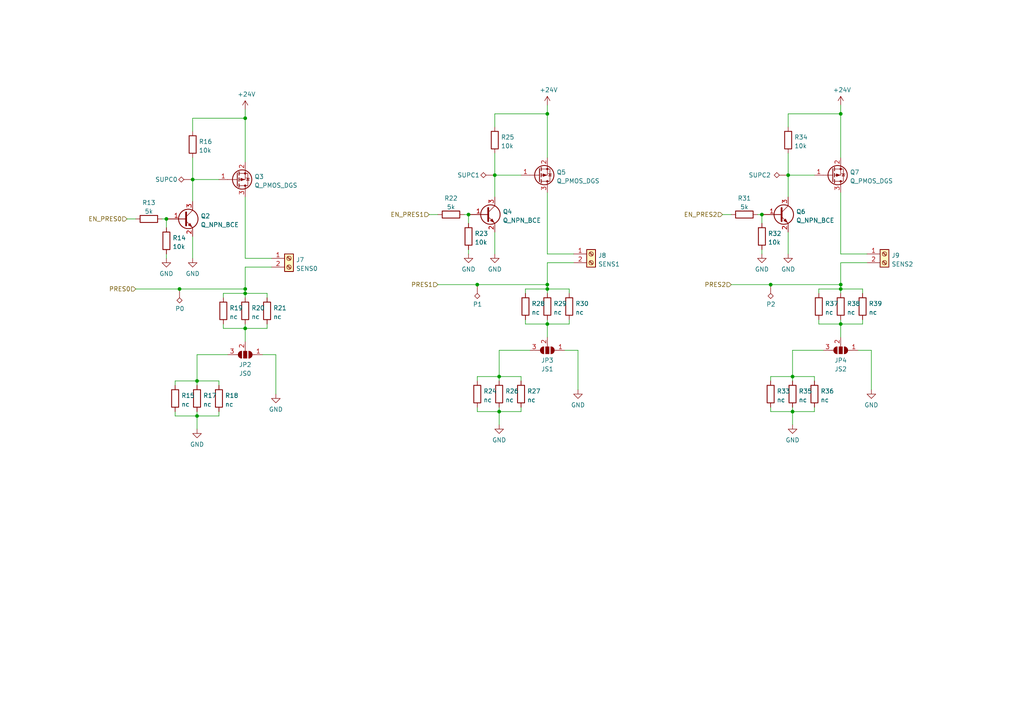
<source format=kicad_sch>
(kicad_sch (version 20211123) (generator eeschema)
  (paper "A4")
  (title_block (title "FloatPUMP Schematics") (date "2022-11-11") (rev "1.0") (company "robtor.de") (comment 1 "Controller board for up to 3 water pumps") (comment 2 "measuring capabilities with piezoresistive pressure sensors") (comment 3 "sensor input Range 4mA-20mA"))
  (lib_symbols
    (symbol "Connector:Screw_Terminal_01x02" (pin_names (offset 1.016) hide)
      (property "Reference" "J" (at 0 2.54 0))
      (property "Value" "Screw_Terminal_01x02" (at 0 -5.08 0))
      (symbol "Screw_Terminal_01x02_1_1"
        (rectangle (start -1.27 1.27) (end 1.27 -3.81) (stroke (width 0.254)) (fill (type background)))
        (circle (center 0 -2.54) (radius 0.635) (stroke (width 0.1524)))
        (polyline (pts (xy -0.5334 -2.2098) (xy 0.3302 -3.048)) (stroke (width 0.1524)))
        (polyline (pts (xy -0.5334 0.3302) (xy 0.3302 -0.508)) (stroke (width 0.1524)))
        (polyline (pts (xy -0.3556 -2.032) (xy 0.508 -2.8702)) (stroke (width 0.1524)))
        (polyline (pts (xy -0.3556 0.508) (xy 0.508 -0.3302)) (stroke (width 0.1524)))
        (circle (center 0 0) (radius 0.635) (stroke (width 0.1524)))
        (pin passive line (at -5.08 0 0) (length 3.81) (name "Pin_1") (number "1"))
        (pin passive line (at -5.08 -2.54 0) (length 3.81) (name "Pin_2") (number "2"))
      )
    )
    (symbol "Connector:TestPoint_Alt" (pin_numbers hide) (pin_names (offset 0.762) hide)
      (property "Reference" "TP" (at 0 6.858 0))
      (property "Value" "TestPoint_Alt" (at 0 5.08 0))
      (symbol "TestPoint_Alt_0_1"
        (polyline (pts (xy 0 2.54) (xy -0.762 3.302) (xy 0 4.064) (xy 0.762 3.302) (xy 0 2.54)))
      )
      (symbol "TestPoint_Alt_1_1"
        (pin passive line (at 0 0 90) (length 2.54) (name "1") (number "1"))
      )
    )
    (symbol "Device:Q_NPN_BEC" (pin_names (offset 0) hide)
      (property "Reference" "Q" (at 5.08 1.27 0))
      (property "Value" "Q_NPN_BEC" (at 5.08 -1.27 0))
      (symbol "Q_NPN_BEC_0_1"
        (polyline (pts (xy 0.635 0.635) (xy 2.54 2.54)))
        (polyline (pts (xy 0.635 -0.635) (xy 2.54 -2.54) (xy 2.54 -2.54)))
        (polyline (pts (xy 0.635 1.905) (xy 0.635 -1.905) (xy 0.635 -1.905)) (stroke (width 0.508)))
        (polyline (pts (xy 1.27 -1.778) (xy 1.778 -1.27) (xy 2.286 -2.286) (xy 1.27 -1.778) (xy 1.27 -1.778)) (fill (type outline)))
        (circle (center 1.27 0) (radius 2.8194) (stroke (width 0.254)))
      )
      (symbol "Q_NPN_BEC_1_1"
        (pin input line (at -5.08 0 0) (length 5.715) (name "B") (number "1"))
        (pin passive line (at 2.54 -5.08 90) (length 2.54) (name "E") (number "2"))
        (pin passive line (at 2.54 5.08 270) (length 2.54) (name "C") (number "3"))
      )
    )
    (symbol "Device:Q_PMOS_GSD" (pin_names (offset 0) hide)
      (property "Reference" "Q" (at 5.08 1.27 0))
      (property "Value" "Q_PMOS_GSD" (at 5.08 -1.27 0))
      (symbol "Q_PMOS_GSD_0_1"
        (polyline (pts (xy 0.254 0) (xy -2.54 0)))
        (polyline (pts (xy 0.254 1.905) (xy 0.254 -1.905)) (stroke (width 0.254)))
        (polyline (pts (xy 0.762 -1.27) (xy 0.762 -2.286)) (stroke (width 0.254)))
        (polyline (pts (xy 0.762 0.508) (xy 0.762 -0.508)) (stroke (width 0.254)))
        (polyline (pts (xy 0.762 2.286) (xy 0.762 1.27)) (stroke (width 0.254)))
        (polyline (pts (xy 2.54 2.54) (xy 2.54 1.778)))
        (polyline (pts (xy 2.54 -2.54) (xy 2.54 0) (xy 0.762 0)))
        (polyline (pts (xy 0.762 1.778) (xy 3.302 1.778) (xy 3.302 -1.778) (xy 0.762 -1.778)))
        (polyline (pts (xy 2.286 0) (xy 1.27 0.381) (xy 1.27 -0.381) (xy 2.286 0)) (fill (type outline)))
        (polyline (pts (xy 2.794 -0.508) (xy 2.921 -0.381) (xy 3.683 -0.381) (xy 3.81 -0.254)))
        (polyline (pts (xy 3.302 -0.381) (xy 2.921 0.254) (xy 3.683 0.254) (xy 3.302 -0.381)))
        (circle (center 1.651 0) (radius 2.794) (stroke (width 0.254)))
        (circle (center 2.54 -1.778) (radius 0.254) (fill (type outline)))
        (circle (center 2.54 1.778) (radius 0.254) (fill (type outline)))
      )
      (symbol "Q_PMOS_GSD_1_1"
        (pin input line (at -5.08 0 0) (length 2.54) (name "G") (number "1"))
        (pin passive line (at 2.54 -5.08 90) (length 2.54) (name "S") (number "2"))
        (pin passive line (at 2.54 5.08 270) (length 2.54) (name "D") (number "3"))
      )
    )
    (symbol "Device:R" (pin_numbers hide) (pin_names (offset 0))
      (property "Reference" "R" (at 2.032 0 90))
      (property "Value" "R" (at 0 0 90))
      (symbol "R_0_1"
        (rectangle (start -1.016 -2.54) (end 1.016 2.54) (stroke (width 0.254)))
      )
      (symbol "R_1_1"
        (pin passive line (at 0 3.81 270) (length 1.27) (name "~") (number "1"))
        (pin passive line (at 0 -3.81 90) (length 1.27) (name "~") (number "2"))
      )
    )
    (symbol "Jumper:SolderJumper_3_Open" (pin_names (offset 0) hide)
      (property "Reference" "JP" (at -2.54 -2.54 0))
      (property "Value" "SolderJumper_3_Open" (at 0 2.794 0))
      (symbol "SolderJumper_3_Open_0_1"
        (arc (start -1.016 1.016) (mid -2.032 0) (end -1.016 -1.016))
        (arc (start -1.016 1.016) (mid -2.032 0) (end -1.016 -1.016) (fill (type outline)))
        (rectangle (start -0.508 1.016) (end 0.508 -1.016) (fill (type outline)))
        (polyline (pts (xy -2.54 0) (xy -2.032 0)))
        (polyline (pts (xy -1.016 1.016) (xy -1.016 -1.016)))
        (polyline (pts (xy 0 -1.27) (xy 0 -1.016)))
        (polyline (pts (xy 1.016 1.016) (xy 1.016 -1.016)))
        (polyline (pts (xy 2.54 0) (xy 2.032 0)))
        (arc (start 1.016 -1.016) (mid 2.032 0) (end 1.016 1.016))
        (arc (start 1.016 -1.016) (mid 2.032 0) (end 1.016 1.016) (fill (type outline)))
      )
      (symbol "SolderJumper_3_Open_1_1"
        (pin passive line (at -5.08 0 0) (length 2.54) (name "A") (number "1"))
        (pin passive line (at 0 -3.81 90) (length 2.54) (name "C") (number "2"))
        (pin passive line (at 5.08 0 180) (length 2.54) (name "B") (number "3"))
      )
    )
    (symbol "power:+24V" (power) (pin_names (offset 0))
      (property "Value" "+24V" (at 0 3.556 0))
      (symbol "+24V_0_1"
        (polyline (pts (xy -0.762 1.27) (xy 0 2.54)))
        (polyline (pts (xy 0 0) (xy 0 2.54)))
        (polyline (pts (xy 0 2.54) (xy 0.762 1.27)))
      )
      (symbol "+24V_1_1"
        (pin power_in line (at 0 0 90) (length 0) hide (name "+24V") (number "1"))
      )
    )
    (symbol "power:GND" (power) (pin_names (offset 0))
      (property "Value" "GND" (at 0 -3.81 0))
      (symbol "GND_0_1"
        (polyline (pts (xy 0 0) (xy 0 -1.27) (xy 1.27 -1.27) (xy 0 -2.54) (xy -1.27 -1.27) (xy 0 -1.27)))
      )
      (symbol "GND_1_1"
        (pin power_in line (at 0 0 270) (length 0) hide (name "GND") (number "1"))
      )
    )
  )
  (junction (at 143.51 50.8))
  (junction (at 158.75 33.02))
  (junction (at 229.87 119.38))
  (junction (at 243.84 33.02))
  (junction (at 229.87 109.22))
  (junction (at 138.43 82.55))
  (junction (at 243.84 82.55))
  (junction (at 57.15 110.49))
  (junction (at 55.88 52.07))
  (junction (at 71.12 85.09))
  (junction (at 158.75 82.55))
  (junction (at 228.6 50.8))
  (junction (at 71.12 95.25))
  (junction (at 243.84 83.82))
  (junction (at 135.89 62.23))
  (junction (at 57.15 120.65))
  (junction (at 158.75 83.82))
  (junction (at 144.78 119.38))
  (junction (at 223.52 82.55))
  (junction (at 71.12 34.29))
  (junction (at 52.07 83.82))
  (junction (at 243.84 93.98))
  (junction (at 158.75 93.98))
  (junction (at 144.78 109.22))
  (junction (at 71.12 83.82))
  (junction (at 220.98 62.23))
  (junction (at 48.26 63.5))
  (wire (pts (xy 77.47 85.09) (xy 71.12 85.09)))
  (wire (pts (xy 39.37 83.82) (xy 52.07 83.82)))
  (wire (pts (xy 80.01 102.87) (xy 80.01 114.3)))
  (wire (pts (xy 219.71 62.23) (xy 220.98 62.23)))
  (wire (pts (xy 143.51 33.02) (xy 158.75 33.02)))
  (wire (pts (xy 220.98 72.39) (xy 220.98 73.66)))
  (wire (pts (xy 228.6 44.45) (xy 228.6 50.8)))
  (wire (pts (xy 237.49 85.09) (xy 237.49 83.82)))
  (wire (pts (xy 134.62 62.23) (xy 135.89 62.23)))
  (wire (pts (xy 144.78 101.6) (xy 153.67 101.6)))
  (wire (pts (xy 250.19 92.71) (xy 250.19 93.98)))
  (wire (pts (xy 158.75 82.55) (xy 158.75 83.82)))
  (wire (pts (xy 250.19 85.09) (xy 250.19 83.82)))
  (wire (pts (xy 71.12 31.75) (xy 71.12 34.29)))
  (wire (pts (xy 243.84 83.82) (xy 243.84 85.09)))
  (wire (pts (xy 55.88 45.72) (xy 55.88 52.07)))
  (wire (pts (xy 71.12 83.82) (xy 71.12 85.09)))
  (wire (pts (xy 152.4 93.98) (xy 158.75 93.98)))
  (wire (pts (xy 166.37 76.2) (xy 158.75 76.2)))
  (wire (pts (xy 243.84 92.71) (xy 243.84 93.98)))
  (wire (pts (xy 64.77 85.09) (xy 71.12 85.09)))
  (wire (pts (xy 229.87 109.22) (xy 229.87 110.49)))
  (wire (pts (xy 165.1 85.09) (xy 165.1 83.82)))
  (wire (pts (xy 77.47 86.36) (xy 77.47 85.09)))
  (wire (pts (xy 228.6 67.31) (xy 228.6 73.66)))
  (wire (pts (xy 229.87 118.11) (xy 229.87 119.38)))
  (wire (pts (xy 158.75 76.2) (xy 158.75 82.55)))
  (wire (pts (xy 223.52 119.38) (xy 229.87 119.38)))
  (wire (pts (xy 151.13 110.49) (xy 151.13 109.22)))
  (wire (pts (xy 57.15 110.49) (xy 57.15 111.76)))
  (wire (pts (xy 50.8 111.76) (xy 50.8 110.49)))
  (wire (pts (xy 248.92 101.6) (xy 252.73 101.6)))
  (wire (pts (xy 71.12 57.15) (xy 71.12 74.93)))
  (wire (pts (xy 52.07 83.82) (xy 71.12 83.82)))
  (wire (pts (xy 124.46 62.23) (xy 127 62.23)))
  (wire (pts (xy 252.73 101.6) (xy 252.73 113.03)))
  (wire (pts (xy 50.8 119.38) (xy 50.8 120.65)))
  (wire (pts (xy 144.78 119.38) (xy 151.13 119.38)))
  (wire (pts (xy 152.4 92.71) (xy 152.4 93.98)))
  (wire (pts (xy 50.8 120.65) (xy 57.15 120.65)))
  (wire (pts (xy 48.26 63.5) (xy 48.26 66.04)))
  (wire (pts (xy 76.2 102.87) (xy 80.01 102.87)))
  (wire (pts (xy 57.15 102.87) (xy 66.04 102.87)))
  (wire (pts (xy 144.78 119.38) (xy 144.78 123.19)))
  (wire (pts (xy 158.75 93.98) (xy 158.75 97.79)))
  (wire (pts (xy 138.43 110.49) (xy 138.43 109.22)))
  (wire (pts (xy 152.4 83.82) (xy 158.75 83.82)))
  (wire (pts (xy 223.52 82.55) (xy 243.84 82.55)))
  (wire (pts (xy 158.75 55.88) (xy 158.75 73.66)))
  (wire (pts (xy 151.13 118.11) (xy 151.13 119.38)))
  (wire (pts (xy 228.6 36.83) (xy 228.6 33.02)))
  (wire (pts (xy 158.75 30.48) (xy 158.75 33.02)))
  (wire (pts (xy 228.6 50.8) (xy 236.22 50.8)))
  (wire (pts (xy 138.43 119.38) (xy 144.78 119.38)))
  (wire (pts (xy 143.51 36.83) (xy 143.51 33.02)))
  (wire (pts (xy 64.77 95.25) (xy 71.12 95.25)))
  (wire (pts (xy 220.98 62.23) (xy 220.98 64.77)))
  (wire (pts (xy 78.74 77.47) (xy 71.12 77.47)))
  (wire (pts (xy 229.87 101.6) (xy 229.87 109.22)))
  (wire (pts (xy 135.89 72.39) (xy 135.89 73.66)))
  (wire (pts (xy 158.75 83.82) (xy 158.75 85.09)))
  (wire (pts (xy 236.22 110.49) (xy 236.22 109.22)))
  (wire (pts (xy 78.74 74.93) (xy 71.12 74.93)))
  (wire (pts (xy 55.88 38.1) (xy 55.88 34.29)))
  (wire (pts (xy 229.87 119.38) (xy 236.22 119.38)))
  (wire (pts (xy 71.12 95.25) (xy 77.47 95.25)))
  (wire (pts (xy 243.84 93.98) (xy 243.84 97.79)))
  (wire (pts (xy 55.88 52.07) (xy 63.5 52.07)))
  (wire (pts (xy 36.83 63.5) (xy 39.37 63.5)))
  (wire (pts (xy 223.52 109.22) (xy 229.87 109.22)))
  (wire (pts (xy 251.46 73.66) (xy 243.84 73.66)))
  (wire (pts (xy 243.84 82.55) (xy 243.84 83.82)))
  (wire (pts (xy 212.09 82.55) (xy 223.52 82.55)))
  (wire (pts (xy 55.88 68.58) (xy 55.88 74.93)))
  (wire (pts (xy 243.84 93.98) (xy 250.19 93.98)))
  (wire (pts (xy 138.43 109.22) (xy 144.78 109.22)))
  (wire (pts (xy 143.51 50.8) (xy 143.51 57.15)))
  (wire (pts (xy 163.83 101.6) (xy 167.64 101.6)))
  (wire (pts (xy 236.22 109.22) (xy 229.87 109.22)))
  (wire (pts (xy 55.88 34.29) (xy 71.12 34.29)))
  (wire (pts (xy 138.43 118.11) (xy 138.43 119.38)))
  (wire (pts (xy 143.51 44.45) (xy 143.51 50.8)))
  (wire (pts (xy 127 82.55) (xy 138.43 82.55)))
  (wire (pts (xy 64.77 86.36) (xy 64.77 85.09)))
  (wire (pts (xy 251.46 76.2) (xy 243.84 76.2)))
  (wire (pts (xy 50.8 110.49) (xy 57.15 110.49)))
  (wire (pts (xy 158.75 93.98) (xy 165.1 93.98)))
  (wire (pts (xy 237.49 83.82) (xy 243.84 83.82)))
  (wire (pts (xy 209.55 62.23) (xy 212.09 62.23)))
  (wire (pts (xy 71.12 34.29) (xy 71.12 46.99)))
  (wire (pts (xy 237.49 92.71) (xy 237.49 93.98)))
  (wire (pts (xy 250.19 83.82) (xy 243.84 83.82)))
  (wire (pts (xy 135.89 64.77) (xy 135.89 62.23)))
  (wire (pts (xy 57.15 102.87) (xy 57.15 110.49)))
  (wire (pts (xy 228.6 50.8) (xy 228.6 57.15)))
  (wire (pts (xy 165.1 92.71) (xy 165.1 93.98)))
  (wire (pts (xy 144.78 118.11) (xy 144.78 119.38)))
  (wire (pts (xy 143.51 67.31) (xy 143.51 73.66)))
  (wire (pts (xy 55.88 52.07) (xy 55.88 58.42)))
  (wire (pts (xy 57.15 120.65) (xy 63.5 120.65)))
  (wire (pts (xy 77.47 93.98) (xy 77.47 95.25)))
  (wire (pts (xy 57.15 119.38) (xy 57.15 120.65)))
  (wire (pts (xy 57.15 120.65) (xy 57.15 124.46)))
  (wire (pts (xy 64.77 93.98) (xy 64.77 95.25)))
  (wire (pts (xy 236.22 118.11) (xy 236.22 119.38)))
  (wire (pts (xy 158.75 33.02) (xy 158.75 45.72)))
  (wire (pts (xy 152.4 85.09) (xy 152.4 83.82)))
  (wire (pts (xy 63.5 111.76) (xy 63.5 110.49)))
  (wire (pts (xy 229.87 101.6) (xy 238.76 101.6)))
  (wire (pts (xy 243.84 33.02) (xy 243.84 45.72)))
  (wire (pts (xy 48.26 73.66) (xy 48.26 74.93)))
  (wire (pts (xy 166.37 73.66) (xy 158.75 73.66)))
  (wire (pts (xy 71.12 95.25) (xy 71.12 99.06)))
  (wire (pts (xy 237.49 93.98) (xy 243.84 93.98)))
  (wire (pts (xy 138.43 82.55) (xy 158.75 82.55)))
  (wire (pts (xy 165.1 83.82) (xy 158.75 83.82)))
  (wire (pts (xy 63.5 119.38) (xy 63.5 120.65)))
  (wire (pts (xy 143.51 50.8) (xy 151.13 50.8)))
  (wire (pts (xy 223.52 110.49) (xy 223.52 109.22)))
  (wire (pts (xy 144.78 101.6) (xy 144.78 109.22)))
  (wire (pts (xy 158.75 92.71) (xy 158.75 93.98)))
  (wire (pts (xy 243.84 76.2) (xy 243.84 82.55)))
  (wire (pts (xy 228.6 33.02) (xy 243.84 33.02)))
  (wire (pts (xy 71.12 85.09) (xy 71.12 86.36)))
  (wire (pts (xy 229.87 119.38) (xy 229.87 123.19)))
  (wire (pts (xy 167.64 101.6) (xy 167.64 113.03)))
  (wire (pts (xy 71.12 77.47) (xy 71.12 83.82)))
  (wire (pts (xy 151.13 109.22) (xy 144.78 109.22)))
  (wire (pts (xy 243.84 30.48) (xy 243.84 33.02)))
  (wire (pts (xy 71.12 93.98) (xy 71.12 95.25)))
  (wire (pts (xy 243.84 55.88) (xy 243.84 73.66)))
  (wire (pts (xy 46.99 63.5) (xy 48.26 63.5)))
  (wire (pts (xy 223.52 118.11) (xy 223.52 119.38)))
  (wire (pts (xy 144.78 109.22) (xy 144.78 110.49)))
  (wire (pts (xy 63.5 110.49) (xy 57.15 110.49)))
  (hierarchical_label "EN_PRES1" (shape input) (at 124.46 62.23 180))
  (hierarchical_label "PRES2" (shape input) (at 212.09 82.55 180))
  (hierarchical_label "PRES0" (shape input) (at 39.37 83.82 180))
  (hierarchical_label "EN_PRES2" (shape input) (at 209.55 62.23 180))
  (hierarchical_label "EN_PRES0" (shape input) (at 36.83 63.5 180))
  (hierarchical_label "PRES1" (shape input) (at 127 82.55 180))
  (symbol (lib_id "power:+24V") (at 71.12 31.75 0) (unit 1)
    (property "Reference" "#PWR039" (effects hide))
    (property "Value" "+24V" (at 71.501 27.3558 0))
  )
  (symbol (lib_id "power:+24V") (at 158.75 30.48 0) (unit 1)
    (property "Reference" "#PWR044" (effects hide))
    (property "Value" "+24V" (at 159.131 26.0858 0))
  )
  (symbol (lib_id "Device:R") (at 165.1 88.9 0) (unit 1)
    (property "Reference" "R30" (at 166.878 88.0653 0) (effects (justify left)))
    (property "Value" "nc" (at 166.878 90.6022 0) (effects (justify left)))
  )
  (symbol (lib_id "Device:R") (at 57.15 115.57 0) (unit 1)
    (property "Reference" "R17" (at 58.928 114.7353 0) (effects (justify left)))
    (property "Value" "nc" (at 58.928 117.2722 0) (effects (justify left)))
  )
  (symbol (lib_id "Device:R") (at 151.13 114.3 0) (unit 1)
    (property "Reference" "R27" (at 152.908 113.4653 0) (effects (justify left)))
    (property "Value" "nc" (at 152.908 116.0022 0) (effects (justify left)))
  )
  (symbol (lib_id "Device:R") (at 223.52 114.3 0) (unit 1)
    (property "Reference" "R33" (at 225.298 113.4653 0) (effects (justify left)))
    (property "Value" "nc" (at 225.298 116.0022 0) (effects (justify left)))
  )
  (symbol (lib_id "Device:R") (at 77.47 90.17 0) (unit 1)
    (property "Reference" "R21" (at 79.248 89.3353 0) (effects (justify left)))
    (property "Value" "nc" (at 79.248 91.8722 0) (effects (justify left)))
  )
  (symbol (lib_id "Device:R") (at 250.19 88.9 0) (unit 1)
    (property "Reference" "R39" (at 251.968 88.0653 0) (effects (justify left)))
    (property "Value" "nc" (at 251.968 90.6022 0) (effects (justify left)))
  )
  (symbol (lib_id "Device:R") (at 229.87 114.3 0) (unit 1)
    (property "Reference" "R35" (at 231.648 113.4653 0) (effects (justify left)))
    (property "Value" "nc" (at 231.648 116.0022 0) (effects (justify left)))
  )
  (symbol (lib_id "Device:R") (at 152.4 88.9 0) (unit 1)
    (property "Reference" "R28" (at 154.178 88.0653 0) (effects (justify left)))
    (property "Value" "nc" (at 154.178 90.6022 0) (effects (justify left)))
  )
  (symbol (lib_id "power:+24V") (at 243.84 30.48 0) (unit 1)
    (property "Reference" "#PWR049" (effects hide))
    (property "Value" "+24V" (at 244.221 26.0858 0))
  )
  (symbol (lib_id "Device:Q_PMOS_GSD") (at 156.21 50.8 0) (mirror x) (unit 1)
    (property "Reference" "Q5" (at 161.417 49.9653 0) (effects (justify left)))
    (property "Value" "Q_PMOS_DGS" (at 161.417 52.5022 0) (effects (justify left)))
    (property "Footprint" "Package_TO_SOT_SMD:SOT-23" (effects hide))
    (property "Datasheet" "https://datasheet.lcsc.com/lcsc/1809291614_Jiangsu-Changjing-Electronics-Technology-Co---Ltd--BSS84_C114481.pdf" (effects hide))
    (property "JLCPCB" " C114481" (effects hide))
  )
  (symbol (lib_id "power:GND") (at 228.6 73.66 0) (unit 1)
    (property "Reference" "#PWR047" (effects hide))
    (property "Value" "GND" (at 228.6 78.1034 0))
  )
  (symbol (lib_id "Device:R") (at 144.78 114.3 0) (unit 1)
    (property "Reference" "R26" (at 146.558 113.4653 0) (effects (justify left)))
    (property "Value" "nc" (at 146.558 116.0022 0) (effects (justify left)))
  )
  (symbol (lib_id "Device:R") (at 236.22 114.3 0) (unit 1)
    (property "Reference" "R36" (at 237.998 113.4653 0) (effects (justify left)))
    (property "Value" "nc" (at 237.998 116.0022 0) (effects (justify left)))
  )
  (symbol (lib_id "Device:Q_NPN_BEC") (at 140.97 62.23 0) (unit 1)
    (property "Reference" "Q4" (at 145.8214 61.3953 0) (effects (justify left)))
    (property "Value" "Q_NPN_BCE" (at 145.8214 63.9322 0) (effects (justify left)))
    (property "Footprint" "Package_TO_SOT_SMD:SOT-23" (effects hide))
  )
  (symbol (lib_id "Device:R") (at 237.49 88.9 0) (unit 1)
    (property "Reference" "R37" (at 239.268 88.0653 0) (effects (justify left)))
    (property "Value" "nc" (at 239.268 90.6022 0) (effects (justify left)))
  )
  (symbol (lib_id "Device:Q_PMOS_GSD") (at 68.58 52.07 0) (mirror x) (unit 1)
    (property "Reference" "Q3" (at 73.787 51.2353 0) (effects (justify left)))
    (property "Value" "Q_PMOS_DGS" (at 73.787 53.7722 0) (effects (justify left)))
    (property "Footprint" "Package_TO_SOT_SMD:SOT-23" (effects hide))
    (property "Datasheet" "https://datasheet.lcsc.com/lcsc/1809291614_Jiangsu-Changjing-Electronics-Technology-Co---Ltd--BSS84_C114481.pdf" (effects hide))
    (property "JLCPCB" " C114481" (effects hide))
  )
  (symbol (lib_id "power:GND") (at 167.64 113.03 0) (unit 1)
    (property "Reference" "#PWR045" (effects hide))
    (property "Value" "GND" (at 167.64 117.4734 0))
  )
  (symbol (lib_id "Connector:TestPoint_Alt") (at 52.07 83.82 180) (unit 1)
    (property "Reference" "TP9" (effects hide))
    (property "Value" "P0" (at 50.8 89.535 0) (effects (justify right)))
    (property "Footprint" "TestPoint:TestPoint_Pad_D1.0mm" (effects hide))
  )
  (symbol (lib_id "Connector:TestPoint_Alt") (at 223.52 82.55 180) (unit 1)
    (property "Reference" "TP13" (effects hide))
    (property "Value" "P2" (at 222.25 88.265 0) (effects (justify right)))
    (property "Footprint" "TestPoint:TestPoint_Pad_D1.0mm" (effects hide))
  )
  (symbol (lib_id "Device:Q_NPN_BEC") (at 226.06 62.23 0) (unit 1)
    (property "Reference" "Q6" (at 230.9114 61.3953 0) (effects (justify left)))
    (property "Value" "Q_NPN_BCE" (at 230.9114 63.9322 0) (effects (justify left)))
    (property "Footprint" "Package_TO_SOT_SMD:SOT-23" (effects hide))
  )
  (symbol (lib_id "Device:R") (at 215.9 62.23 90) (unit 1)
    (property "Reference" "R31" (at 215.9 57.5142 90))
    (property "Value" "5k" (at 215.9 60.0511 90))
    (property "Footprint" "Resistor_SMD:R_0402_1005Metric" (effects hide))
    (property "JLCPCB" "C332873" (effects hide))
  )
  (symbol (lib_id "Device:R") (at 55.88 41.91 0) (unit 1)
    (property "Reference" "R16" (at 57.658 41.0753 0) (effects (justify left)))
    (property "Value" "10k" (at 57.658 43.6122 0) (effects (justify left)))
    (property "Footprint" "Resistor_SMD:R_0603_1608Metric" (effects hide))
    (property "JLCPCB" "C238881" (effects hide))
  )
  (symbol (lib_id "power:GND") (at 229.87 123.19 0) (unit 1)
    (property "Reference" "#PWR048" (effects hide))
    (property "Value" "GND" (at 229.87 127.6334 0))
  )
  (symbol (lib_id "power:GND") (at 252.73 113.03 0) (unit 1)
    (property "Reference" "#PWR050" (effects hide))
    (property "Value" "GND" (at 252.73 117.4734 0))
  )
  (symbol (lib_id "Connector:TestPoint_Alt") (at 143.51 50.8 90) (unit 1)
    (property "Reference" "TP12" (effects hide))
    (property "Value" "SUPC1" (at 135.89 50.8 90))
    (property "Footprint" "TestPoint:TestPoint_Pad_D1.0mm" (effects hide))
  )
  (symbol (lib_id "Device:R") (at 63.5 115.57 0) (unit 1)
    (property "Reference" "R18" (at 65.278 114.7353 0) (effects (justify left)))
    (property "Value" "nc" (at 65.278 117.2722 0) (effects (justify left)))
  )
  (symbol (lib_id "power:GND") (at 48.26 74.93 0) (unit 1)
    (property "Reference" "#PWR036" (effects hide))
    (property "Value" "GND" (at 48.26 79.3734 0))
  )
  (symbol (lib_id "power:GND") (at 135.89 73.66 0) (unit 1)
    (property "Reference" "#PWR041" (effects hide))
    (property "Value" "GND" (at 135.89 78.1034 0))
  )
  (symbol (lib_id "Device:Q_NPN_BEC") (at 53.34 63.5 0) (unit 1)
    (property "Reference" "Q2" (at 58.1914 62.6653 0) (effects (justify left)))
    (property "Value" "Q_NPN_BCE" (at 58.1914 65.2022 0) (effects (justify left)))
    (property "Footprint" "Package_TO_SOT_SMD:SOT-23" (effects hide))
  )
  (symbol (lib_id "Device:R") (at 50.8 115.57 0) (unit 1)
    (property "Reference" "R15" (at 52.578 114.7353 0) (effects (justify left)))
    (property "Value" "nc" (at 52.578 117.2722 0) (effects (justify left)))
  )
  (symbol (lib_id "Connector:TestPoint_Alt") (at 138.43 82.55 180) (unit 1)
    (property "Reference" "TP11" (effects hide))
    (property "Value" "P1" (at 137.16 88.265 0) (effects (justify right)))
    (property "Footprint" "TestPoint:TestPoint_Pad_D1.0mm" (effects hide))
  )
  (symbol (lib_id "Jumper:SolderJumper_3_Open") (at 71.12 102.87 180) (unit 1)
    (property "Reference" "JP2" (at 71.12 105.7894 0))
    (property "Value" "JS0" (at 71.12 108.3263 0))
    (property "Footprint" "Jumper:SolderJumper-3_P1.3mm_Open_RoundedPad1.0x1.5mm_NumberLabels" (effects hide))
  )
  (symbol (lib_id "Connector:TestPoint_Alt") (at 55.88 52.07 90) (unit 1)
    (property "Reference" "TP10" (effects hide))
    (property "Value" "SUPC0" (at 48.26 52.07 90))
    (property "Footprint" "TestPoint:TestPoint_Pad_D1.0mm" (effects hide))
  )
  (symbol (lib_id "power:GND") (at 80.01 114.3 0) (unit 1)
    (property "Reference" "#PWR040" (effects hide))
    (property "Value" "GND" (at 80.01 118.7434 0))
  )
  (symbol (lib_id "power:GND") (at 143.51 73.66 0) (unit 1)
    (property "Reference" "#PWR042" (effects hide))
    (property "Value" "GND" (at 143.51 78.1034 0))
  )
  (symbol (lib_id "Device:R") (at 220.98 68.58 0) (unit 1)
    (property "Reference" "R32" (at 222.758 67.7453 0) (effects (justify left)))
    (property "Value" "10k" (at 222.758 70.2822 0) (effects (justify left)))
    (property "Footprint" "Resistor_SMD:R_0603_1608Metric" (effects hide))
    (property "JLCPCB" "C238881" (effects hide))
  )
  (symbol (lib_id "Device:R") (at 135.89 68.58 0) (unit 1)
    (property "Reference" "R23" (at 137.668 67.7453 0) (effects (justify left)))
    (property "Value" "10k" (at 137.668 70.2822 0) (effects (justify left)))
    (property "Footprint" "Resistor_SMD:R_0603_1608Metric" (effects hide))
    (property "JLCPCB" "C238881" (effects hide))
  )
  (symbol (lib_id "Device:R") (at 158.75 88.9 0) (unit 1)
    (property "Reference" "R29" (at 160.528 88.0653 0) (effects (justify left)))
    (property "Value" "nc" (at 160.528 90.6022 0) (effects (justify left)))
    (property "Footprint" "Resistor_THT:R_Axial_DIN0207_L6.3mm_D2.5mm_P10.16mm_Horizontal" (effects hide))
  )
  (symbol (lib_id "Connector:Screw_Terminal_01x02") (at 256.54 73.66 0) (unit 1)
    (property "Reference" "J9" (at 258.572 74.0953 0) (effects (justify left)))
    (property "Value" "SENS2" (at 258.572 76.6322 0) (effects (justify left)))
    (property "Footprint" "Connector_PinHeader_2.54mm:PinHeader_1x02_P2.54mm_Vertical" (effects hide))
  )
  (symbol (lib_id "Device:R") (at 138.43 114.3 0) (unit 1)
    (property "Reference" "R24" (at 140.208 113.4653 0) (effects (justify left)))
    (property "Value" "nc" (at 140.208 116.0022 0) (effects (justify left)))
  )
  (symbol (lib_id "Connector:Screw_Terminal_01x02") (at 171.45 73.66 0) (unit 1)
    (property "Reference" "J8" (at 173.482 74.0953 0) (effects (justify left)))
    (property "Value" "SENS1" (at 173.482 76.6322 0) (effects (justify left)))
    (property "Footprint" "Connector_PinHeader_2.54mm:PinHeader_1x02_P2.54mm_Vertical" (effects hide))
  )
  (symbol (lib_id "Device:R") (at 48.26 69.85 0) (unit 1)
    (property "Reference" "R14" (at 50.038 69.0153 0) (effects (justify left)))
    (property "Value" "10k" (at 50.038 71.5522 0) (effects (justify left)))
    (property "Footprint" "Resistor_SMD:R_0603_1608Metric" (effects hide))
    (property "JLCPCB" "C238881" (effects hide))
  )
  (symbol (lib_id "power:GND") (at 57.15 124.46 0) (unit 1)
    (property "Reference" "#PWR038" (effects hide))
    (property "Value" "GND" (at 57.15 128.9034 0))
  )
  (symbol (lib_id "Device:R") (at 243.84 88.9 0) (unit 1)
    (property "Reference" "R38" (at 245.618 88.0653 0) (effects (justify left)))
    (property "Value" "nc" (at 245.618 90.6022 0) (effects (justify left)))
    (property "Footprint" "Resistor_THT:R_Axial_DIN0207_L6.3mm_D2.5mm_P10.16mm_Horizontal" (effects hide))
  )
  (symbol (lib_id "Jumper:SolderJumper_3_Open") (at 243.84 101.6 180) (unit 1)
    (property "Reference" "JP4" (at 243.84 104.5194 0))
    (property "Value" "JS2" (at 243.84 107.0563 0))
    (property "Footprint" "Jumper:SolderJumper-3_P1.3mm_Open_RoundedPad1.0x1.5mm_NumberLabels" (effects hide))
  )
  (symbol (lib_id "Device:R") (at 71.12 90.17 0) (unit 1)
    (property "Reference" "R20" (at 72.898 89.3353 0) (effects (justify left)))
    (property "Value" "nc" (at 72.898 91.8722 0) (effects (justify left)))
    (property "Footprint" "Resistor_THT:R_Axial_DIN0207_L6.3mm_D2.5mm_P10.16mm_Horizontal" (effects hide))
  )
  (symbol (lib_id "Connector:Screw_Terminal_01x02") (at 83.82 74.93 0) (unit 1)
    (property "Reference" "J7" (at 85.852 75.3653 0) (effects (justify left)))
    (property "Value" "SENS0" (at 85.852 77.9022 0) (effects (justify left)))
    (property "Footprint" "Connector_PinHeader_2.54mm:PinHeader_1x02_P2.54mm_Vertical" (effects hide))
  )
  (symbol (lib_id "Device:R") (at 130.81 62.23 90) (unit 1)
    (property "Reference" "R22" (at 130.81 57.5142 90))
    (property "Value" "5k" (at 130.81 60.0511 90))
    (property "Footprint" "Resistor_SMD:R_0402_1005Metric" (effects hide))
    (property "JLCPCB" "C332873" (effects hide))
  )
  (symbol (lib_id "Device:Q_PMOS_GSD") (at 241.3 50.8 0) (mirror x) (unit 1)
    (property "Reference" "Q7" (at 246.507 49.9653 0) (effects (justify left)))
    (property "Value" "Q_PMOS_DGS" (at 246.507 52.5022 0) (effects (justify left)))
    (property "Footprint" "Package_TO_SOT_SMD:SOT-23" (effects hide))
    (property "Datasheet" "https://datasheet.lcsc.com/lcsc/1809291614_Jiangsu-Changjing-Electronics-Technology-Co---Ltd--BSS84_C114481.pdf" (effects hide))
    (property "JLCPCB" " C114481" (effects hide))
  )
  (symbol (lib_id "power:GND") (at 144.78 123.19 0) (unit 1)
    (property "Reference" "#PWR043" (effects hide))
    (property "Value" "GND" (at 144.78 127.6334 0))
  )
  (symbol (lib_id "Jumper:SolderJumper_3_Open") (at 158.75 101.6 180) (unit 1)
    (property "Reference" "JP3" (at 158.75 104.5194 0))
    (property "Value" "JS1" (at 158.75 107.0563 0))
    (property "Footprint" "Jumper:SolderJumper-3_P1.3mm_Open_RoundedPad1.0x1.5mm_NumberLabels" (effects hide))
  )
  (symbol (lib_id "power:GND") (at 220.98 73.66 0) (unit 1)
    (property "Reference" "#PWR046" (effects hide))
    (property "Value" "GND" (at 220.98 78.1034 0))
  )
  (symbol (lib_id "Connector:TestPoint_Alt") (at 228.6 50.8 90) (unit 1)
    (property "Reference" "TP14" (effects hide))
    (property "Value" "SUPC2" (at 220.345 50.8 90))
    (property "Footprint" "TestPoint:TestPoint_Pad_D1.0mm" (effects hide))
  )
  (symbol (lib_id "Device:R") (at 228.6 40.64 0) (unit 1)
    (property "Reference" "R34" (at 230.378 39.8053 0) (effects (justify left)))
    (property "Value" "10k" (at 230.378 42.3422 0) (effects (justify left)))
    (property "Footprint" "Resistor_SMD:R_0603_1608Metric" (effects hide))
    (property "JLCPCB" "C238881" (effects hide))
  )
  (symbol (lib_id "power:GND") (at 55.88 74.93 0) (unit 1)
    (property "Reference" "#PWR037" (effects hide))
    (property "Value" "GND" (at 55.88 79.3734 0))
  )
  (symbol (lib_id "Device:R") (at 64.77 90.17 0) (unit 1)
    (property "Reference" "R19" (at 66.548 89.3353 0) (effects (justify left)))
    (property "Value" "nc" (at 66.548 91.8722 0) (effects (justify left)))
  )
  (symbol (lib_id "Device:R") (at 43.18 63.5 90) (unit 1)
    (property "Reference" "R13" (at 43.18 58.7842 90))
    (property "Value" "5k" (at 43.18 61.3211 90))
    (property "Footprint" "Resistor_SMD:R_0402_1005Metric" (effects hide))
    (property "JLCPCB" "C332873" (effects hide))
  )
  (symbol (lib_id "Device:R") (at 143.51 40.64 0) (unit 1)
    (property "Reference" "R25" (at 145.288 39.8053 0) (effects (justify left)))
    (property "Value" "10k" (at 145.288 42.3422 0) (effects (justify left)))
    (property "Footprint" "Resistor_SMD:R_0603_1608Metric" (effects hide))
    (property "JLCPCB" "C238881" (effects hide))
  )
)
</source>
